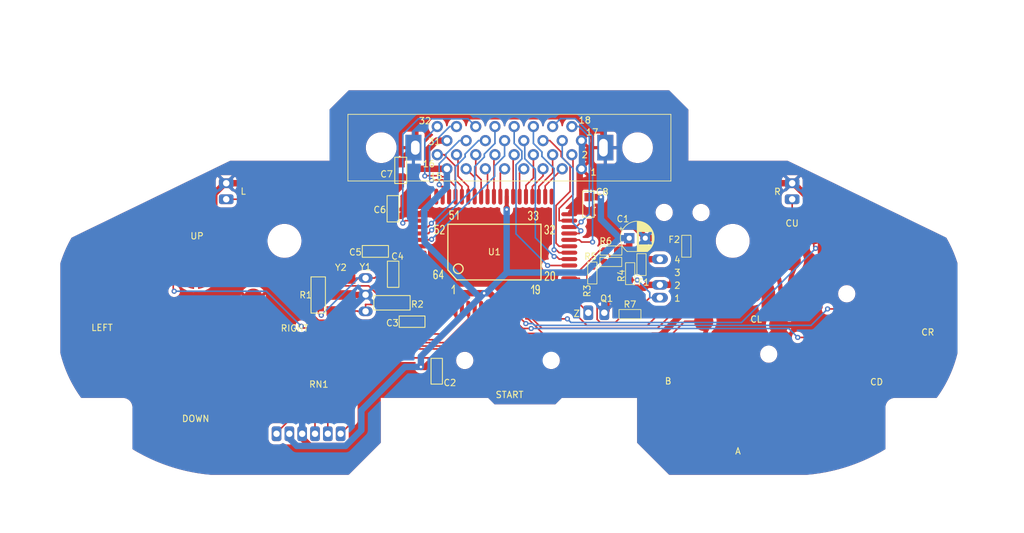
<source format=kicad_pcb>
(kicad_pcb (version 20221018) (generator pcbnew)
  (layers (0 "F.Cu" signal) (31 "B.Cu" signal) (34 "B.Paste" user) (35 "F.Paste" user) (36 "B.SilkS" user "B.Silkscreen") (37 "F.SilkS" user "F.Silkscreen") (38 "B.Mask" user) (39 "F.Mask" user) (44 "Edge.Cuts" user))
  (net 0 "")
  (net 1 "GND")
  (net 2 "VCC")
  (net 3 "Start")
  (net 4 "CNT-NUS.P60")
  (net 5 "Q1.4")
  (net 6 "Q1.2")
  (net 7 "N64.GND")
  (net 8 "N64.3v3")
  (net 9 "N64.Data")
  (net 10 "R2.OSC2")
  (net 11 "OSC1")
  (net 12 "OSC2")
  (net 13 "XA")
  (net 14 "XB")
  (net 15 "YA")
  (net 16 "YB")
  (net 17 "Up")
  (net 18 "Left")
  (net 19 "Right")
  (net 20 "Down")
  (net 21 "CU")
  (net 22 "CR")
  (net 23 "A")
  (net 24 "CD")
  (net 25 "B")
  (net 26 "CL")
  (net 27 "Z")
  (net 28 "R")
  (net 29 "A11")
  (net 30 "A9")
  (net 31 "A8")
  (net 32 "A13")
  (net 33 "WE")
  (net 34 "A15")
  (net 35 "CE")
  (net 36 "A14")
  (net 37 "A12")
  (net 38 "A7")
  (net 39 "A6")
  (net 40 "A5")
  (net 41 "A4")
  (net 42 "A3")
  (net 43 "A2")
  (net 44 "A1")
  (net 45 "A0")
  (net 46 "D0")
  (net 47 "D1")
  (net 48 "Detect")
  (net 49 "D2")
  (net 50 "D3")
  (net 51 "D4")
  (net 52 "D5")
  (net 53 "D6")
  (net 54 "D7")
  (net 55 "A10")
  (net 56 "OE")
  (net 57 "L")
  (net 58 "Data.22")
  (net 59 "Data.23")
  (net 60 "YA.CNT")
  (net 61 "YB.CNT")
  (net 62 "XB.CNT")
  (net 63 "XA.CNT")
  (footprint "MountingHole:MountingHole_2.2mm_M2" (layer "F.Cu") (at 175.559 82.92)
    (fp_text reference "H5" hide)
    (fp_text value "MountingHole_2.2mm_M2")
  )
  (footprint "N64 Controller 7000:Small SMD" (layer "F.Cu") (at 173.256 88.1675 90)
    (fp_text reference "F2")
    (fp_text value "Fuse_Small")
  )
  (footprint "N64 Controller:Button Board Connector" (layer "F.Cu") (at 101.46 79.594)
    (fp_text reference "J3" hide)
    (fp_text value "Left Button" hide)
  )
  (footprint "N64 Controller:CU Button" (layer "F.Cu") (at 198.325 86.474)
    (fp_text reference "SW8" hide)
    (fp_text value "CU" hide)
  )
  (footprint "N64 Controller:CL Button" (layer "F.Cu") (at 188.702 95.498)
    (fp_text reference "SW7" hide)
    (fp_text value "CL" hide)
  )
  (footprint "N64 Controller:Accessory Port" (layer "F.Cu") (at 145.647 72.794)
    (fp_text reference "J1" hide)
    (fp_text value "~" hide)
  )
  (footprint "N64 Controller 7000:Small SMD" (layer "F.Cu") (at 166.261 91.0345 90)
    (fp_text reference "F1")
    (fp_text value "Fuse_Small")
  )
  (footprint "N64 Controller:Small SMD" (layer "F.Cu") (at 128.699 76.335 90)
    (fp_text reference "C7")
    (fp_text value "100 nF" hide)
  )
  (footprint "N64 Controller:Small SMD" (layer "F.Cu") (at 130.464 99.958)
    (fp_text reference "C3")
    (fp_text value "100 nF" hide)
  )
  (footprint "MountingHole:MountingHole_2.2mm_M2" (layer "F.Cu") (at 198.292 95.55)
    (fp_text reference "H8" hide)
    (fp_text value "MountingHole_2.2mm_M2")
  )
  (footprint "N64 Controller:CR Button" (layer "F.Cu") (at 207.846 95.556)
    (fp_text reference "SW11" hide)
    (fp_text value "CR" hide)
  )
  (footprint "N64 Controller:D-Pad Button" (layer "F.Cu") (at 105.699 100.824 180)
    (fp_text reference "SW3" hide)
    (fp_text value "RIGHT" hide)
  )
  (footprint "MountingHole:MountingHole_4.5mm" (layer "F.Cu") (at 180.658 87.489)
    (fp_text reference "H6" hide)
    (fp_text value "MountingHole_4.5mm")
  )
  (footprint "N64 Controller:Large SMD" (layer "F.Cu") (at 115.836 95.786)
    (fp_text reference "R1")
    (fp_text value "105" hide)
  )
  (footprint "N64 Controller:D-Pad Button" (layer "F.Cu") (at 87.602 100.709 180)
    (fp_text reference "SW2" hide)
    (fp_text value "LEFT" hide)
  )
  (footprint "N64 Controller:Small SMD" (layer "F.Cu") (at 127.494 82.327 90)
    (fp_text reference "C6")
    (fp_text value "100 nF" hide)
  )
  (footprint "N64 Controller:A Button" (layer "F.Cu") (at 186.116 116.014)
    (fp_text reference "SW9" hide)
    (fp_text value "A" hide)
  )
  (footprint "N64 Controller:Button Board Connector" (layer "F.Cu") (at 159.208 98.557 -90)
    (fp_text reference "J5" hide)
    (fp_text value "Z Button" hide)
  )
  (footprint "N64 Controller 7000:HE Diode" (layer "F.Cu") (at 160.806 93.589)
    (fp_text reference "Q1")
    (fp_text value "~")
  )
  (footprint "N64 Controller:D-Pad Button" (layer "F.Cu") (at 96.755 91.741 90)
    (fp_text reference "SW1" hide)
    (fp_text value "UP" hide)
  )
  (footprint "N64 Controller:D-Pad Button" (layer "F.Cu") (at 96.598 109.761 -90)
    (fp_text reference "SW4" hide)
    (fp_text value "DOWN" hide)
  )
  (footprint "N64 Controller 7000:Small SMD" (layer "F.Cu") (at 158.586 92.342 90)
    (fp_text reference "R3")
    (fp_text value "752")
  )
  (footprint "MountingHole:MountingHole_2.2mm_M2" (layer "F.Cu") (at 152.179 105.995)
    (fp_text reference "H3" hide)
    (fp_text value "MountingHole_2.2mm_M2")
  )
  (footprint "MountingHole:MountingHole_2.2mm_M2" (layer "F.Cu") (at 138.685 105.999)
    (fp_text reference "H2" hide)
    (fp_text value "MountingHole_2.2mm_M2")
  )
  (footprint "N64 Controller:Small SMD" (layer "F.Cu") (at 157.997 81.6185 90)
    (fp_text reference "C8")
    (fp_text value "100 nF" hide)
  )
  (footprint "N64 Controller:Small SMD" (layer "F.Cu") (at 134.318 107.6845 90)
    (fp_text reference "C2")
    (fp_text value "100 nF" hide)
  )
  (footprint "N64 Controller:Small SMD" (layer "F.Cu") (at 127.516 92.547 90)
    (fp_text reference "C4")
    (fp_text value "100 nF" hide)
  )
  (footprint "MountingHole:MountingHole_2.2mm_M2" (layer "F.Cu") (at 186.117 105.018)
    (fp_text reference "H7" hide)
    (fp_text value "MountingHole_2.2mm_M2")
  )
  (footprint "N64 Controller:Large SMD" (layer "F.Cu") (at 127.339 97.005 90)
    (fp_text reference "R2")
    (fp_text value "562" hide)
  )
  (footprint "N64 Controller:Joystick Connector" (layer "F.Cu") (at 114.314 117.44)
    (fp_text reference "J6" hide)
    (fp_text value "Joystick Connector" hide)
  )
  (footprint "N64 Controller:2 Mhz Oscillator SMD" (layer "F.Cu") (at 119.364 95.786 180)
    (fp_text reference "Y2")
    (fp_text value "2 MHz" hide)
  )
  (footprint "N64 Controller 7000:Small SMD" (layer "F.Cu") (at 164.494 92.448 90)
    (fp_text reference "R4")
    (fp_text value "751")
  )
  (footprint "N64 Controller:CNT-NUS" (layer "F.Cu") (at 143.238 89.184)
    (fp_text reference "U1")
    (fp_text value "CNT-NUS" hide)
  )
  (footprint "N64 Controller:2 MHz Oscillator" (layer "F.Cu") (at 123.207 95.737 180)
    (fp_text reference "Y1")
    (fp_text value "2 MHz" hide)
  )
  (footprint "N64 Controller 7000:Resistor Array" (layer "F.Cu") (at 119.598 109.643)
    (fp_text reference "RN1")
    (fp_text value "103")
  )
  (footprint "N64 Controller:Small SMD" (layer "F.Cu") (at 124.736 88.97)
    (fp_text reference "C5")
    (fp_text value "100 nF" hide)
  )
  (footprint "N64 Controller 7000:Small SMD" (layer "F.Cu") (at 161.498 88.847)
    (fp_text reference "R6")
    (fp_text value "103")
  )
  (footprint "N64 Controller:Button Board Connector" (layer "F.Cu") (at 189.776 79.594)
    (fp_text reference "J4" hide)
    (fp_text value "Right Button" hide)
  )
  (footprint "N64 Controller:CD Button" (layer "F.Cu") (at 198.23 104.529)
    (fp_text reference "SW10" hide)
    (fp_text value "CD" hide)
  )
  (footprint "N64 Controller 7000:Small SMD" (layer "F.Cu") (at 164.4755 98.776)
    (fp_text reference "R7")
    (fp_text value "103")
  )
  (footprint "N64 Controller:N64 Plug Cable Connector" (layer "F.Cu") (at 169.127 93.204)
    (fp_text reference "J2" hide)
    (fp_text value "N64 Controller Cable" hide)
  )
  (footprint "Capacitor_THT:CP_Radial_D5.0mm_P2.50mm" (layer "F.Cu") (at 164.3529 86.917)
    (fp_text reference "C1")
    (fp_text value "47 uF 16v")
  )
  (footprint "N64 Controller:B Button" (layer "F.Cu") (at 175.055 104.959)
    (fp_text reference "SW6" hide)
    (fp_text value "B" hide)
  )
  (footprint "MountingHole:MountingHole_4.5mm" (layer "F.Cu") (at 110.395 87.339)
    (fp_text reference "H1" hide)
    (fp_text value "MountingHole_4.5mm")
  )
  (footprint "N64 Controller:Start Button" (layer "F.Cu") (at 145.554 106.158)
    (fp_text reference "SW5" hide)
    (fp_text value "START" hide)
  )
  (footprint "MountingHole:MountingHole_2.2mm_M2" (layer "F.Cu") (at 169.806 82.902)
    (fp_text reference "H4" hide)
    (fp_text value "MountingHole_2.2mm_M2")
  )
  (footprint "N64 Controller 7000:Small SMD" (layer "F.Cu") (at 161.4845 90.63)
    (fp_text reference "R5")
    (fp_text value "102")
  )
  (gr_rect (start 126.566 80.285) (end 128.404 84.383) (stroke (width 0.15)) (fill none) (layer "F.SilkS"))
  (gr_rect (start 114.697 92.957) (end 116.939 98.615) (stroke (width 0.15)) (fill none) (layer "F.SilkS"))
  (gr_rect (start 122.693 88.067) (end 126.776 89.9) (stroke (width 0.15)) (fill none) (layer "F.SilkS"))
  (gr_rect (start 133.423 105.6725) (end 135.195 109.6935) (stroke (width 0.15)) (fill none) (layer "F.SilkS"))
  (gr_rect (start 124.491 95.876) (end 130.167 98.137) (stroke (width 0.15)) (fill none) (layer "F.SilkS"))
  (gr_rect (start 157.096 79.5845) (end 158.887 83.6555) (stroke (width 0.15)) (fill none) (layer "F.SilkS"))
  (gr_rect (start 126.612 90.505) (end 128.401 94.591) (stroke (width 0.15)) (fill none) (layer "F.SilkS"))
  (gr_rect (start 127.762 74.293) (end 129.621 78.391) (stroke (width 0.15)) (fill none) (layer "F.SilkS"))
  (gr_rect (start 128.455 99.063) (end 132.476 100.835) (stroke (width 0.15)) (fill none) (layer "F.SilkS"))
  (gr_line (start 85.378 111.844) (end 78.828 111.844) (stroke (width 0.002)) (layer "Edge.Cuts"))
  (gr_arc (start 99.078 123.844) (mid 92.720378 122.556404) (end 86.828 119.844) (stroke (width 0.002)) (layer "Edge.Cuts"))
  (gr_line (start 212.328 111.844) (end 205.778 111.844) (stroke (width 0.002)) (layer "Edge.Cuts"))
  (gr_line (start 77.328 86.844) (end 102.078 74.844) (stroke (width 0.002)) (layer "Edge.Cuts"))
  (gr_line (start 165.578 118.844) (end 165.578 111.844) (stroke (width 0.002)) (layer "Edge.Cuts"))
  (gr_line (start 204.328 113.444) (end 204.328 119.844) (stroke (width 0.002)) (layer "Edge.Cuts"))
  (gr_arc (start 75.578 90.844) (mid 76.339365 88.794285) (end 77.328 86.844) (stroke (width 0.002)) (layer "Edge.Cuts"))
  (gr_line (start 153.828 111.844) (end 152.828 112.844) (stroke (width 0.002)) (layer "Edge.Cuts"))
  (gr_line (start 173.578 74.844) (end 189.078 74.844) (stroke (width 0.002)) (layer "Edge.Cuts"))
  (gr_line (start 75.578 104.844) (end 75.578 90.844) (stroke (width 0.002)) (layer "Edge.Cuts"))
  (gr_line (start 142.328 111.844) (end 125.578 111.844) (stroke (width 0.002)) (layer "Edge.Cuts"))
  (gr_arc (start 204.328 113.444) (mid 204.718301 112.340664) (end 205.778 111.844) (stroke (width 0.002)) (layer "Edge.Cuts"))
  (gr_line (start 192.078 123.844) (end 170.578 123.844) (stroke (width 0.002)) (layer "Edge.Cuts"))
  (gr_line (start 120.578 63.844) (end 170.578 63.844) (stroke (width 0.002)) (layer "Edge.Cuts"))
  (gr_arc (start 204.328 119.844) (mid 198.43562 122.556396) (end 192.078 123.844) (stroke (width 0.002)) (layer "Edge.Cuts"))
  (gr_line (start 125.578 118.844) (end 125.578 111.844) (stroke (width 0.002)) (layer "Edge.Cuts"))
  (gr_line (start 189.078 74.844) (end 213.828 86.844) (stroke (width 0.002)) (layer "Edge.Cuts"))
  (gr_line (start 170.578 123.844) (end 165.578 118.844) (stroke (width 0.002)) (layer "Edge.Cuts"))
  (gr_line (start 120.578 123.844) (end 125.578 118.844) (stroke (width 0.002)) (layer "Edge.Cuts"))
  (gr_line (start 117.578 74.844) (end 117.578 66.844) (stroke (width 0.002)) (layer "Edge.Cuts"))
  (gr_arc (start 78.828 111.844) (mid 76.855274 108.505444) (end 75.578 104.844) (stroke (width 0.002)) (layer "Edge.Cuts"))
  (gr_line (start 173.578 74.844) (end 173.578 66.844) (stroke (width 0.002)) (layer "Edge.Cuts"))
  (gr_arc (start 85.378 111.844) (mid 86.437694 112.340686) (end 86.828 113.444) (stroke (width 0.002)) (layer "Edge.Cuts"))
  (gr_line (start 165.578 111.844) (end 153.828 111.844) (stroke (width 0.002)) (layer "Edge.Cuts"))
  (gr_arc (start 213.828 86.844) (mid 214.816631 88.794286) (end 215.578 90.844) (stroke (width 0.002)) (layer "Edge.Cuts"))
  (gr_line (start 215.578 90.844) (end 215.578 104.844) (stroke (width 0.002)) (layer "Edge.Cuts"))
  (gr_line (start 86.828 113.444) (end 86.828 119.844) (stroke (width 0.002)) (layer "Edge.Cuts"))
  (gr_line (start 173.578 66.844) (end 170.578 63.844) (stroke (width 0.002)) (layer "Edge.Cuts"))
  (gr_line (start 152.828 112.844) (end 143.328 112.844) (stroke (width 0.002)) (layer "Edge.Cuts"))
  (gr_line (start 117.578 66.844) (end 120.578 63.844) (stroke (width 0.002)) (layer "Edge.Cuts"))
  (gr_line (start 143.328 112.844) (end 142.328 111.844) (stroke (width 0.002)) (layer "Edge.Cuts"))
  (gr_line (start 120.578 123.844) (end 99.078 123.844) (stroke (width 0.002)) (layer "Edge.Cuts"))
  (gr_line (start 102.078 74.844) (end 117.578 74.844) (stroke (width 0.002)) (layer "Edge.Cuts"))
  (gr_arc (start 215.578 104.844) (mid 214.300729 108.505446) (end 212.328 111.844) (stroke (width 0.002)) (layer "Edge.Cuts"))
  (gr_text "2" (at 156.839 74.506) (layer "F.SilkS") (effects (font (size 1 1)) (justify left bottom)))
  (gr_text "START" (at 143.41 111.941) (layer "F.SilkS") (effects (font (size 1 1)) (justify left bottom)))
  (gr_text "1" (at 158.217 77.221) (layer "F.SilkS") (effects (font (size 1 1)) (justify left bottom)))
  (gr_text "CU" (at 188.644 85.185) (layer "F.SilkS") (effects (font (size 1 1)) (justify left bottom)))
  (gr_text "16" (at 132.02 75.912) (layer "F.SilkS") (effects (font (size 1 1)) (justify left bottom)))
  (gr_text "CD" (at 201.851 109.943) (layer "F.SilkS") (effects (font (size 1 1)) (justify left bottom)))
  (gr_text "CR" (at 209.836 102.188) (layer "F.SilkS") (effects (font (size 1 1)) (justify left bottom)))
  (gr_text "L" (at 103.614 80.193) (layer "F.SilkS") (effects (font (size 1 1)) (justify left bottom)))
  (gr_text "Z" (at 155.573 99.269) (layer "F.SilkS") (effects (font (size 1 1)) (justify left bottom)))
  (gr_text "18" (at 156.364 69.105) (layer "F.SilkS") (effects (font (size 1 1)) (justify left bottom)))
  (gr_text "B" (at 169.822 109.815) (layer "F.SilkS") (effects (font (size 1 1)) (justify left bottom)))
  (gr_text "LEFT" (at 80.316 101.473) (layer "F.SilkS") (effects (font (size 1 1)) (justify left bottom)))
  (gr_text "15" (at 133.171 77.879) (layer "F.SilkS") (effects (font (size 1 1)) (justify left bottom)))
  (gr_text "DOWN" (at 94.474 115.673) (layer "F.SilkS") (effects (font (size 1 1)) (justify left bottom)))
  (gr_text "R" (at 186.879 80.253) (layer "F.SilkS") (effects (font (size 1 1)) (justify left bottom)))
  (gr_text "31" (at 132.898 72.456) (layer "F.SilkS") (effects (font (size 1 1)) (justify left bottom)))
  (gr_text "CL" (at 183.152 100.169) (layer "F.SilkS") (effects (font (size 1 1)) (justify left bottom)))
  (gr_text "A" (at 180.792 120.743) (layer "F.SilkS") (effects (font (size 1 1)) (justify left bottom)))
  (gr_text "RIGHT" (at 109.884 101.564) (layer "F.SilkS") (effects (font (size 1 1)) (justify left bottom)))
  (gr_text "32" (at 131.426 69.202) (layer "F.SilkS") (effects (font (size 1 1)) (justify left bottom)))
  (gr_text "17" (at 157.508 70.965) (layer "F.SilkS") (effects (font (size 1 1)) (justify left bottom)))
  (gr_text "UP" (at 95.781 87.17) (layer "F.SilkS") (effects (font (size 1 1)) (justify left bottom)))
  (segment (start 129.0973 83.1688) (end 128.8291 83.437) (width 1) (layer "F.Cu") (net 1))
  (segment (start 206.7126 101.347) (end 206.7126 100.4212) (width 1) (layer "F.Cu") (net 1))
  (segment (start 83.4732 97.7498) (end 83.4732 104.3081) (width 1) (layer "F.Cu") (net 1))
  (segment (start 105.684 97.284) (end 103.4839 97.284) (width 1) (layer "F.Cu") (net 1))
  (segment (start 177.5204 109.932) (end 174.0332 109.932) (width 1) (layer "F.Cu") (net 1))
  (segment (start 191.3772 112.9133) (end 191.3772 116.0284) (width 1) (layer "F.Cu") (net 1))
  (segment (start 127.494 83.437) (end 126.1589 83.437) (width 1) (layer "F.Cu") (net 1))
  (segment (start 115.71 100.1059) (end 127.856 100.1059) (width 1) (layer "F.Cu") (net 1))
  (segment (start 131.488 83.1688) (end 129.0973 83.1688) (width 1) (layer "F.Cu") (net 1))
  (segment (start 126.8485 91.437) (end 127.1682 91.437) (width 1) (layer "F.Cu") (net 1))
  (segment (start 187.6802 102.3937) (end 194.7885 109.502) (width 1) (layer "F.Cu") (net 1))
  (segment (start 123.626 88.97) (end 123.626 89.6375) (width 1) (layer "F.Cu") (net 1))
  (segment (start 162.7927 82.7285) (end 157.997 82.7285) (width 1) (layer "F.Cu") (net 1))
  (segment (start 127.3639 75.225) (end 126.1589 76.43) (width 1) (layer "F.Cu") (net 1))
  (segment (start 107.8841 97.284) (end 107.9747 97.1934) (width 1) (layer "F.Cu") (net 1))
  (segment (start 194.0302 95.4704) (end 194.0302 97.6516) (width 1) (layer "F.Cu") (net 1))
  (segment (start 151.238 96.1562) (end 151.238 97.937) (width 0.6298) (layer "F.Cu") (net 1))
  (segment (start 166.8529 86.917) (end 166.8529 86.7887) (width 1) (layer "F.Cu") (net 1))
  (segment (start 125.049 90.3051) (end 126.1809 91.437) (width 1) (layer "F.Cu") (net 1))
  (segment (start 131.488 88.184) (end 133.253 88.184) (width 0.6298) (layer "F.Cu") (net 1))
  (segment (start 129.354 99.958) (end 128.0039 99.958) (width 1) (layer "F.Cu") (net 1))
  (segment (start 200.6955 109.502) (end 197.2082 109.502) (width 1) (layer "F.Cu") (net 1))
  (segment (start 114.5183 119.3285) (end 113.314 118.1242) (width 1) (layer "F.Cu") (net 1))
  (segment (start 157.037 70.0939) (end 160.322 70.0939) (width 1) (layer "F.Cu") (net 1))
  (segment (start 123.626 89.6375) (end 123.626 90.3051) (width 1) (layer "F.Cu") (net 1))
  (segment (start 194.0302 91.0222) (end 194.0302 95.4704) (width 1) (layer "F.Cu") (net 1))
  (segment (start 160.806 98.209) (end 160.806 95.7897) (width 1) (layer "F.Cu") (net 1))
  (segment (start 100.295 87.3771) (end 99.5998 86.6819) (width 1) (layer "F.Cu") (net 1))
  (segment (start 116.358 95.7301) (end 116.4139 95.786) (width 1) (layer "F.Cu") (net 1))
  (segment (start 130.972 70.0939) (end 133.1673 67.8986) (width 1) (layer "F.Cu") (net 1))
  (segment (start 194.0302 97.6516) (end 191.2108 100.471) (width 1) (layer "F.Cu") (net 1))
  (segment (start 101.2571 78.344) (end 101.46 78.344) (width 1) (layer "F.Cu") (net 1))
  (segment (start 166.8529 86.7887) (end 162.7927 82.7285) (width 1) (layer "F.Cu") (net 1))
  (segment (start 183.7775 78.344) (end 174.954 87.1675) (width 1) (layer "F.Cu") (net 1))
  (segment (start 99.5998 80.0013) (end 101.2571 78.344) (width 1) (layer "F.Cu") (net 1))
  (segment (start 100.295 97.169) (end 87.587 97.169) (width 1) (layer "F.Cu") (net 1))
  (segment (start 180.3832 104.9314) (end 180.3832 107.0692) (width 1) (layer "F.Cu") (net 1))
  (segment (start 133.4383 91.797) (end 133.4383 90.184) (width 1) (layer "F.Cu") (net 1))
  (segment (start 182.9209 102.3937) (end 187.6802 102.3937) (width 1) (layer "F.Cu") (net 1))
  (segment (start 146.8788 91.797) (end 151.238 96.1562) (width 1) (layer "F.Cu") (net 1))
  (segment (start 133.4383 90.184) (end 133.2688 90.184) (width 1) (layer "F.Cu") (net 1))
  (segment (start 160.458 98.557) (end 160.806 98.209) (width 1) (layer "F.Cu") (net 1))
  (segment (start 114.2608 95.7301) (end 116.358 95.7301) (width 1) (layer "F.Cu") (net 1))
  (segment (start 100.295 97.169) (end 100.295 91.726) (width 1) (layer "F.Cu") (net 1))
  (segment (start 190.9142 87.9062) (end 194.0302 91.0222) (width 1) (layer "F.Cu") (net 1))
  (segment (start 130.972 72.794) (end 130.972 70.0939) (width 1) (layer "F.Cu") (net 1))
  (segment (start 134.318 108.7945) (end 127.6231 108.7945) (width 1) (layer "F.Cu") (net 1))
  (segment (start 123.626 90.3051) (end 125.049 90.3051) (width 1) (layer "F.Cu") (net 1))
  (segment (start 133.4383 88.3332) (end 133.8866 88.3332) (width 1) (layer "F.Cu") (net 1))
  (segment (start 157.037 71.554) (end 156.897 71.694) (width 1) (layer "F.Cu") (net 1))
  (segment (start 174.954 87.1675) (end 173.256 87.1675) (width 1) (layer "F.Cu") (net 1))
  (segment (start 180.3832 107.0692) (end 177.5204 109.932) (width 1) (layer "F.Cu") (net 1))
  (segment (start 130.729 72.794) (end 130.972 72.794) (width 1) (layer "F.Cu") (net 1))
  (segment (start 166.8529 86.917) (end 173.0055 86.917) (width 1) (layer "F.Cu") (net 1))
  (segment (start 114.2608 95.7301) (end 112.7975 97.1934) (width 1) (layer "F.Cu") (net 1))
  (segment (start 112.7975 97.1934) (end 115.71 100.1059) (width 1) (layer "F.Cu") (net 1))
  (segment (start 127.3421 91.437) (end 127.1682 91.437) (width 1) (layer "F.Cu") (net 1))
  (segment (start 194.7885 109.502) (end 197.2082 109.502) (width 1) (layer "F.Cu") (net 1))
  (segment (start 160.806 95.7897) (end 160.806 94.589) (width 0.4006) (layer "F.Cu") (net 1))
  (segment (start 194.7885 109.502) (end 191.3772 112.9133) (width 1) (layer "F.Cu") (net 1))
  (segment (start 113.314 118.1242) (end 113.314 117.44) (width 1) (layer "F.Cu") (net 1))
  (segment (start 133.4383 91.797) (end 146.8788 91.797) (width 1) (layer "F.Cu") (net 1))
  (segment (start 107.9747 97.1934) (end 112.7975 97.1934) (width 1) (layer "F.Cu") (net 1))
  (segment (start 155.4435 82.7285) (end 155.2931 82.8789) (width 1) (layer "F.Cu") (net 1))
  (segment (start 99.5998 86.6819) (end 99.5998 80.0013) (width 1) (layer "F.Cu") (net 1))
  (segment (start 133.2688 90.184) (end 131.488 90.184) (width 0.6298) (layer "F.Cu") (net 1))
  (segment (start 120.167 119.3285) (end 114.5183 119.3285) (width 1) (layer "F.Cu") (net 1))
  (segment (start 131.5429 92.1291) (end 131.488 92.184) (width 0.6298) (layer "F.Cu") (net 1))
  (segment (start 156.6217 82.7285) (end 155.4435 82.7285) (width 1) (layer "F.Cu") (net 1))
  (segment (start 133.1062 92.1291) (end 131.5429 92.1291) (width 0.6298) (layer "F.Cu") (net 1))
  (segment (start 114.2608 95.7301) (end 114.2608 92.9444) (width 1) (layer "F.Cu") (net 1))
  (segment (start 157.997 82.7285) (end 156.6217 82.7285) (width 1) (layer "F.Cu") (net 1))
  (segment (start 123.2411 116.2544) (end 120.167 119.3285) (width 1) (layer "F.Cu") (net 1))
  (segment (start 126.1589 78.344) (end 126.1589 83.437) (width 1) (layer "F.Cu") (net 1))
  (segment (start 126.1589 76.43) (end 126.1589 78.344) (width 1) (layer "F.Cu") (net 1))
  (segment (start 203.5582 104.5014) (end 203.5582 106.6393) (width 1) (layer "F.Cu") (net 1))
  (segment (start 180.3832 104.9314) (end 182.9209 102.3937) (width 1) (layer "F.Cu") (net 1))
  (segment (start 87.587 97.169) (end 84.054 97.169) (width 1) (layer "F.Cu") (net 1))
  (segment (start 190.9142 84.3621) (end 190.9142 87.9062) (width 1) (layer "F.Cu") (net 1))
  (segment (start 133.8866 88.3332) (end 134.6226 87.5972) (width 1) (layer "F.Cu") (net 1))
  (segment (start 88.9411 109.776) (end 93.058 109.776) (width 1) (layer "F.Cu") (net 1))
  (segment (start 134.318 108.7945) (end 135.6531 108.7945) (width 1) (layer "F.Cu") (net 1))
  (segment (start 134.6226 84.1376) (end 133.6538 83.1688) (width 1) (layer "F.Cu") (net 1))
  (segment (start 147.6941 110.5055) (end 137.3641 110.5055) (width 1) (layer "F.Cu") (net 1))
  (segment (start 103.4839 97.284) (end 103.3689 97.169) (width 1) (layer "F.Cu") (net 1))
  (segment (start 117.5677 89.6375) (end 123.626 89.6375) (width 1) (layer "F.Cu") (net 1))
  (segment (start 189.9738 78.344) (end 193.106 81.4762) (width 1) (layer "F.Cu") (net 1))
  (segment (start 156.6217 76.3693) (end 156.897 76.094) (width 1) (layer "F.Cu") (net 1))
  (segment (start 84.054 97.169) (end 83.4732 97.7498) (width 1) (layer "F.Cu") (net 1))
  (segment (start 103.3689 97.169) (end 100.295 97.169) (width 1) (layer "F.Cu") (net 1))
  (segment (start 155.2931 82.8789) (end 154.988 83.184) (width 0.6298) (layer "F.Cu") (net 1))
  (segment (start 134.6226 87.5972) (end 134.6226 84.1376) (width 1) (layer "F.Cu") (net 1))
  (segment (start 133.4022 88.3332) (end 133.253 88.184) (width 0.6298) (layer "F.Cu") (net 1))
  (segment (start 191.2108 100.471) (end 187.6802 100.471) (width 1) (layer "F.Cu") (net 1))
  (segment (start 123.2411 113.1765) (end 123.2411 116.2544) (width 1) (layer "F.Cu") (net 1))
  (segment (start 193.106 81.4762) (end 193.106 82.1703) (width 1) (layer "F.Cu") (net 1))
  (segment (start 160.322 72.794) (end 160.322 70.0939) (width 1) (layer "F.Cu") (net 1))
  (segment (start 119.364 95.786) (end 122.3141 95.786) (width 1) (layer "F.Cu") (net 1))
  (segment (start 126.8485 91.437) (end 126.1809 91.437) (width 1) (layer "F.Cu") (net 1))
  (segment (start 133.1673 67.8986) (end 156.1063 67.8986) (width 1) (layer "F.Cu") (net 1))
  (segment (start 156.1063 67.8986) (end 157.037 68.8293) (width 1) (layer "F.Cu") (net 1))
  (segment (start 126.1589 78.344) (end 101.46 78.344) (width 1) (layer "F.Cu") (net 1))
  (segment (start 133.1062 92.1291) (end 133.4383 91.797) (width 1) (layer "F.Cu") (net 1))
  (segment (start 105.684 97.284) (end 107.8841 97.284) (width 1) (layer "F.Cu") (net 1))
  (segment (start 137.3641 110.5055) (end 135.6531 108.7945) (width 1) (layer "F.Cu") (net 1))
  (segment (start 203.5582 104.5014) (end 206.7126 101.347) (width 1) (layer "F.Cu") (net 1))
  (segment (start 187.6802 102.3937) (end 187.6802 100.471) (width 1) (layer "F.Cu") (net 1))
  (segment (start 156.6217 82.7285) (end 156.6217 76.3693) (width 1) (layer "F.Cu") (net 1))
  (segment (start 157.037 68.8293) (end 157.037 70.0939) (width 1) (layer "F.Cu") (net 1))
  (segment (start 114.2608 92.9444) (end 117.5677 89.6375) (width 1) (layer "F.Cu") (net 1))
  (segment (start 133.4383 90.184) (end 133.4383 88.3332) (width 1) (layer "F.Cu") (net 1))
  (segment (start 83.4732 104.3081) (end 88.9411 109.776) (width 1) (layer "F.Cu") (net 1))
  (segment (start 127.856 100.1059) (end 128.0039 99.958) (width 1) (layer "F.Cu") (net 1))
  (segment (start 133.4383 88.3332) (end 133.418 88.3332) (width 1) (layer "F.Cu") (net 1))
  (segment (start 123.207 95.737) (end 122.3631 95.737) (width 1) (layer "F.Cu") (net 1))
  (segment (start 133.6538 83.1688) (end 131.488 83.1688) (width 1) (layer "F.Cu") (net 1))
  (segment (start 100.295 91.726) (end 100.295 87.3771) (width 1) (layer "F.Cu") (net 1))
  (segment (start 133.418 88.3332) (end 133.4022 88.3332) (width 0.6298) (layer "F.Cu") (net 1))
  (segment (start 173.0055 86.917) (end 173.256 87.1675) (width 1) (layer "F.Cu") (net 1))
  (segment (start 128.298 75.225) (end 130.729 72.794) (width 1) (layer "F.Cu") (net 1))
  (segment (start 189.776 78.344) (end 183.7775 78.344) (width 1) (layer "F.Cu") (net 1))
  (segment (start 131.488 83.1688) (end 131.488 83.184) (width 0.6298) (layer "F.Cu") (net 1))
  (segment (start 127.3421 91.437) (end 127.516 91.437) (width 1) (layer "F.Cu") (net 1))
  (segment (start 157.037 70.0939) (end 157.037 71.554) (width 1) (layer "F.Cu") (net 1))
  (segment (start 128.298 75.225) (end 127.3639 75.225) (width 1) (layer "F.Cu") (net 1))
  (segment (start 127.6231 108.7945) (end 123.2411 113.1765) (width 1) (layer "F.Cu") (net 1))
  (segment (start 119.364 95.786) (end 116.4139 95.786) (width 1) (layer "F.Cu") (net 1))
  (segment (start 193.106 82.1703) (end 190.9142 84.3621) (width 1) (layer "F.Cu") (net 1))
  (segment (start 127.494 83.437) (end 128.8291 83.437) (width 1) (layer "F.Cu") (net 1))
  (segment (start 203.5582 106.6393) (end 200.6955 109.502) (width 1) (layer "F.Cu") (net 1))
  (segment (start 128.699 75.225) (end 128.298 75.225) (width 1) (layer "F.Cu") (net 1))
  (segment (start 122.3631 95.737) (end 122.3141 95.786) (width 1) (layer "F.Cu") (net 1))
  (segment (start 189.776 78.344) (end 189.9738 78.344) (width 1) (layer "F.Cu") (net 1))
  (segment (start 149.7598 108.4398) (end 147.6941 110.5055) (width 1) (layer "F.Cu") (net 1))
  (segment (start 166.8529 87.7092) (end 160.458 94.1041) (width 1) (layer "B.Cu") (net 1))
  (segment (start 156.9751 71.7721) (end 156.897 71.694) (width 1) (layer "B.Cu") (net 1))
  (segment (start 113.314 117.44) (end 113.314 105.63) (width 1) (layer "B.Cu") (net 1))
  (segment (start 113.314 105.63) (end 123.207 95.737) (width 1) (layer "B.Cu") (net 1))
  (segment (start 166.8529 86.917) (end 166.8529 87.7092) (width 1) (layer "B.Cu") (net 1))
  (segment (start 156.9751 76.0159) (end 156.9751 71.7721) (width 1) (layer "B.Cu") (net 1))
  (segment (start 160.458 94.1041) (end 160.458 98.557) (width 1) (layer "B.Cu") (net 1))
  (segment (start 156.897 76.094) (end 156.9751 76.0159) (width 1) (layer "B.Cu") (net 1))
  (segment (start 162.4845 90.63) (end 163.676 90.63) (width 1) (layer "F.Cu") (net 2))
  (segment (start 164.3529 88.4171) (end 162.9279 88.4171) (width 1) (layer "F.Cu") (net 2))
  (segment (start 127.516 93.657) (end 127.516 98.0984) (width 1) (layer "F.Cu") (net 2))
  (segment (start 157.997 80.5085) (end 159.3321 80.5085) (width 1) (layer "F.Cu") (net 2))
  (segment (start 143.238 96.1532) (end 143.238 97.934) (width 0.6298) (layer "F.Cu") (net 2))
  (segment (start 128.699 77.445) (end 128.699 78.7951) (width 1) (layer "F.Cu") (net 2))
  (segment (start 145.2228 82.2142) (end 145.238 82.199) (width 0.6298) (layer "F.Cu") (net 2))
  (segment (start 132.8208 76.094) (end 132.8208 73.1763) (width 1) (layer "F.Cu") (net 2))
  (segment (start 131.3851 76.094) (end 130.0341 77.445) (width 1) (layer "F.Cu") (net 2))
  (segment (start 127.6272 79.8669) (end 128.699 78.7951) (width 1) (layer "F.Cu") (net 2))
  (segment (start 132.8208 73.1763) (end 134.3031 71.694) (width 1) (layer "F.Cu") (net 2))
  (segment (start 128.0405 98.6229) (end 131.574 98.6229) (width 1) (layer "F.Cu") (net 2))
  (segment (start 131.574 99.958) (end 131.574 98.6229) (width 1) (layer "F.Cu") (net 2))
  (segment (start 127.516 98.0984) (end 128.0405 98.6229) (width 1) (layer "F.Cu") (net 2))
  (segment (start 134.3031 71.694) (end 135.897 71.694) (width 1) (layer "F.Cu") (net 2))
  (segment (start 141.7062 95.5046) (end 142.5894 95.5046) (width 1) (layer "F.Cu") (net 2))
  (segment (start 135.897 76.094) (end 132.8208 76.094) (width 1) (layer "F.Cu") (net 2))
  (segment (start 131.6665 98.5304) (end 131.574 98.6229) (width 1) (layer "F.Cu") (net 2))
  (segment (start 131.842 107.0094) (end 132.548 107.0094) (width 1) (layer "F.Cu") (net 2))
  (segment (start 159.3348 80.5112) (end 159.3321 80.5085) (width 1) (layer "F.Cu") (net 2))
  (segment (start 142.5894 95.5046) (end 143.238 96.1532) (width 1) (layer "F.Cu") (net 2))
  (segment (start 145.2228 82.23) (end 145.2228 82.2142) (width 0.6298) (layer "F.Cu") (net 2))
  (segment (start 165.6745 91.448) (end 164.494 91.448) (width 1) (layer "F.Cu") (net 2))
  (segment (start 131.6665 95.3625) (end 131.488 95.184) (width 0.6298) (layer "F.Cu") (net 2))
  (segment (start 159.9281 80.5112) (end 159.3348 80.5112) (width 1) (layer "F.Cu") (net 2))
  (segment (start 127.494 81.217) (end 127.494 79.8669) (width 1) (layer "F.Cu") (net 2))
  (segment (start 131.6665 95.3625) (end 131.6665 95.5046) (width 1) (layer "F.Cu") (net 2))
  (segment (start 132.548 107.0094) (end 132.9829 106.5745) (width 1) (layer "F.Cu") (net 2))
  (segment (start 145.238 80.434) (end 145.238 82.199) (width 0.6298) (layer "F.Cu") (net 2))
  (segment (start 145.2228 82.23) (end 145.2228 82.4446) (width 1) (layer "F.Cu") (net 2))
  (segment (start 134.318 106.5745) (end 132.9829 106.5745) (width 1) (layer "F.Cu") (net 2))
  (segment (start 131.6665 95.5046) (end 131.6665 98.5304) (width 1) (layer "F.Cu") (net 2))
  (segment (start 164.3529 86.917) (end 164.3529 88.4171) (width 1) (layer "F.Cu") (net 2))
  (segment (start 128.699 77.445) (end 130.0341 77.445) (width 1) (layer "F.Cu") (net 2))
  (segment (start 127.494 79.8669) (end 127.6272 79.8669) (width 1) (layer "F.Cu") (net 2))
  (segment (start 163.676 90.63) (end 164.494 91.448) (width 1) (layer "F.Cu") (net 2))
  (segment (start 131.6665 95.5046) (end 141.7062 95.5046) (width 1) (layer "F.Cu") (net 2))
  (segment (start 132.8208 76.094) (end 131.3851 76.094) (width 1) (layer "F.Cu") (net 2))
  (segment (start 166.261 92.0345) (end 165.6745 91.448) (width 1) (layer "F.Cu") (net 2))
  (segment (start 162.498 88.847) (end 162.4845 88.8605) (width 1) (layer "F.Cu") (net 2))
  (segment (start 162.4845 88.8605) (end 162.4845 90.63) (width 1) (layer "F.Cu") (net 2))
  (segment (start 162.9279 88.4171) (end 162.498 88.847) (width 1) (layer "F.Cu") (net 2))
  (via (at 145.2228 82.4446) (size 0.8) (drill 0.4) (layers "F.Cu" "B.Cu") (net 2))
  (via (at 131.842 107.0094) (size 0.8) (drill 0.4) (layers "F.Cu" "B.Cu") (net 2))
  (via (at 159.9281 80.5112) (size 0.8) (drill 0.4) (layers "F.Cu" "B.Cu") (net 2))
  (via (at 141.7062 95.5046) (size 0.8) (drill 0.4) (layers "F.Cu" "B.Cu") (net 2))
  (segment (start 132.4155 87.5524) (end 141.037 96.1738) (width 1) (layer "B.Cu") (net 2))
  (segment (start 135.897 78.9787) (end 132.369 82.5067) (width 1) (layer "B.Cu") (net 2))
  (segment (start 122.5488 113.7989) (end 129.3383 107.0094) (width 1) (layer "B.Cu") (net 2))
  (segment (start 122.5488 116.8704) (end 122.5488 113.7989) (width 1) (layer "B.Cu") (net 2))
  (segment (start 162.8528 86.917) (end 157.4856 92.2842) (width 1) (layer "B.Cu") (net 2))
  (segment (start 129.3383 107.0094) (end 131.842 107.0094) (width 1) (layer "B.Cu") (net 2))
  (segment (start 132.4155 86.7898) (end 132.4155 87.5524) (width 1) (layer "B.Cu") (net 2))
  (segment (start 141.037 96.1738) (end 131.842 105.3688) (width 1) (layer "B.Cu") (net 2))
  (segment (start 120.0862 119.333) (end 122.5488 116.8704) (width 1) (layer "B.Cu") (net 2))
  (segment (start 157.4856 92.2842) (end 145.2228 92.2842) (width 1) (layer "B.Cu") (net 2))
  (segment (start 132.369 86.7433) (end 132.4155 86.7898) (width 1) (layer "B.Cu") (net 2))
  (segment (start 135.897 76.094) (end 135.897 78.9787) (width 1) (layer "B.Cu") (net 2))
  (segment (start 132.369 82.5067) (end 132.369 86.7433) (width 1) (layer "B.Cu") (net 2))
  (segment (start 145.2228 92.2842) (end 145.2228 82.4446) (width 1) (layer "B.Cu") (net 2))
  (segment (start 164.3529 86.917) (end 162.8528 86.917) (width 1) (layer "B.Cu") (net 2))
  (segment (start 142.0024 95.5046) (end 145.2228 92.2842) (width 1) (layer "B.Cu") (net 2))
  (segment (start 141.7062 95.5046) (end 141.037 96.1738) (width 1) (layer "B.Cu") (net 2))
  (segment (start 162.8528 86.917) (end 159.9281 83.9923) (width 1) (layer "B.Cu") (net 2))
  (segment (start 111.314 118.1758) (end 112.4712 119.333) (width 1) (layer "B.Cu") (net 2))
  (segment (start 112.4712 119.333) (end 120.0862 119.333) (width 1) (layer "B.Cu") (net 2))
  (segment (start 141.7062 95.5046) (end 142.0024 95.5046) (width 1) (layer "B.Cu") (net 2))
  (segment (start 131.842 105.3688) (end 131.842 107.0094) (width 1) (layer "B.Cu") (net 2))
  (segment (start 111.314 117.44) (end 111.314 118.1758) (width 1) (layer "B.Cu") (net 2))
  (segment (start 159.9281 83.9923) (end 159.9281 80.5112) (width 1) (layer "B.Cu") (net 2))
  (segment (start 144.238 101.4998) (end 144.238 97.934) (width 0.25) (layer "F.Cu") (net 3))
  (segment (start 142.6558 103.082) (end 144.238 101.4998) (width 0.25) (layer "F.Cu") (net 3))
  (segment (start 131.488 91.184) (end 129.9129 91.184) (width 0.25) (layer "F.Cu") (net 4))
  (segment (start 129.9129 91.184) (end 127.6989 88.97) (width 0.25) (layer "F.Cu") (net 4))
  (segment (start 127.6989 88.97) (end 125.846 88.97) (width 0.25) (layer "F.Cu") (net 4))
  (segment (start 158.586 91.342) (end 159.298 90.63) (width 0.25) (layer "F.Cu") (net 5))
  (segment (start 157.7566 92.1714) (end 158.586 91.342) (width 0.25) (layer "F.Cu") (net 5))
  (segment (start 158.5143 94.589) (end 157.7566 93.8313) (width 0.25) (layer "F.Cu") (net 5))
  (segment (start 160.156 94.589) (end 158.5143 94.589) (width 0.25) (layer "F.Cu") (net 5))
  (segment (start 157.7566 93.8313) (end 157.7566 92.1714) (width 0.25) (layer "F.Cu") (net 5))
  (segment (start 159.298 90.63) (end 160.4845 90.63) (width 0.25) (layer "F.Cu") (net 5))
  (segment (start 160.806 92.589) (end 160.806 93.1202) (width 0.25) (layer "F.Cu") (net 6))
  (segment (start 158.6886 93.4446) (end 158.586 93.342) (width 0.25) (layer "F.Cu") (net 6))
  (segment (start 160.4816 93.4446) (end 158.6886 93.4446) (width 0.25) (layer "F.Cu") (net 6))
  (segment (start 160.806 93.1202) (end 160.4816 93.4446) (width 0.25) (layer "F.Cu") (net 6))
  (segment (start 170.7771 92.204) (end 171.0771 92.204) (width 1) (layer "F.Cu") (net 7))
  (segment (start 171.0771 92.204) (end 173.256 90.0251) (width 1) (layer "F.Cu") (net 7))
  (segment (start 163.5162 94.6492) (end 161.9472 93.0802) (width 1) (layer "F.Cu") (net 7))
  (segment (start 169.127 94.204) (end 171.0771 94.204) (width 1) (layer "F.Cu") (net 7))
  (segment (start 161.9472 93.0802) (end 161.456 92.589) (width 0.4006) (layer "F.Cu") (net 7))
  (segment (start 167.1769 94.204) (end 166.7317 94.6492) (width 1) (layer "F.Cu") (net 7))
  (segment (start 166.7317 94.6492) (end 163.5162 94.6492) (width 1) (layer "F.Cu") (net 7))
  (segment (start 169.127 94.204) (end 167.1769 94.204) (width 1) (layer "F.Cu") (net 7))
  (segment (start 169.127 92.204) (end 170.7771 92.204) (width 1) (layer "F.Cu") (net 7))
  (segment (start 171.0771 92.204) (end 171.0771 94.204) (width 1) (layer "F.Cu") (net 7))
  (segment (start 173.256 90.0251) (end 173.256 89.1675) (width 1) (layer "F.Cu") (net 7))
  (segment (start 167.1769 90.204) (end 167.0074 90.0345) (width 1) (layer "F.Cu") (net 8))
  (segment (start 169.127 90.204) (end 167.1769 90.204) (width 1) (layer "F.Cu") (net 8))
  (segment (start 167.0074 90.0345) (end 166.261 90.0345) (width 1) (layer "F.Cu") (net 8))
  (segment (start 165.3115 98.4444) (end 165.4755 98.6085) (width 0.25) (layer "F.Cu") (net 9))
  (segment (start 165.4755 98.6085) (end 165.4755 98.776) (width 0.25) (layer "F.Cu") (net 9))
  (segment (start 167.5519 96.204) (end 165.3115 98.4444) (width 0.25) (layer "F.Cu") (net 9))
  (segment (start 164.494 93.448) (end 165.599 93.448) (width 0.25) (layer "F.Cu") (net 9))
  (segment (start 161.456 94.589) (end 165.3115 98.4444) (width 0.25) (layer "F.Cu") (net 9))
  (segment (start 169.127 96.204) (end 167.5519 96.204) (width 0.25) (layer "F.Cu") (net 9))
  (via (at 165.599 93.448) (size 0.8) (drill 0.4) (layers "F.Cu" "B.Cu") (net 9))
  (segment (start 169.127 96.204) (end 167.5519 96.204) (width 0.25) (layer "B.Cu") (net 9))
  (segment (start 167.5519 95.4009) (end 165.599 93.448) (width 0.25) (layer "B.Cu") (net 9))
  (segment (start 167.5519 96.204) (end 167.5519 95.4009) (width 0.25) (layer "B.Cu") (net 9))
  (segment (start 123.207 98.337) (end 123.207 97.2619) (width 0.25) (layer "F.Cu") (net 10))
  (segment (start 121.9901 98.337) (end 121.9391 98.286) (width 0.25) (layer "F.Cu") (net 10))
  (segment (start 119.364 98.286) (end 121.9391 98.286) (width 0.25) (layer "F.Cu") (net 10))
  (segment (start 116.1612 94.3612) (end 115.836 94.036) (width 0.25) (layer "F.Cu") (net 10))
  (segment (start 123.702 94.3612) (end 116.1612 94.3612) (width 0.25) (layer "F.Cu") (net 10))
  (segment (start 125.0265 97.005) (end 124.4639 97.005) (width 0.25) (layer "F.Cu") (net 10))
  (segment (start 124.207 97.2619) (end 124.4639 97.005) (width 0.25) (layer "F.Cu") (net 10))
  (segment (start 125.0265 97.005) (end 125.0265 95.6857) (width 0.25) (layer "F.Cu") (net 10))
  (segment (start 123.207 97.2619) (end 124.207 97.2619) (width 0.25) (layer "F.Cu") (net 10))
  (segment (start 125.589 97.005) (end 125.0265 97.005) (width 0.25) (layer "F.Cu") (net 10))
  (segment (start 123.207 98.337) (end 121.9901 98.337) (width 0.25) (layer "F.Cu") (net 10))
  (segment (start 125.0265 95.6857) (end 123.702 94.3612) (width 0.25) (layer "F.Cu") (net 10))
  (segment (start 115.836 97.536) (end 115.836 98.6611) (width 0.25) (layer "F.Cu") (net 11))
  (segment (start 129.6373 93.184) (end 131.488 93.184) (width 0.25) (layer "F.Cu") (net 11))
  (segment (start 129.1351 92.6818) (end 129.6373 93.184) (width 0.25) (layer "F.Cu") (net 11))
  (segment (start 121.9391 93.286) (end 122.0881 93.137) (width 0.25) (layer "F.Cu") (net 11))
  (segment (start 122.0881 93.137) (end 123.207 93.137) (width 0.25) (layer "F.Cu") (net 11))
  (segment (start 123.207 93.137) (end 124.6321 93.137) (width 0.25) (layer "F.Cu") (net 11))
  (segment (start 125.0873 92.6818) (end 129.1351 92.6818) (width 0.25) (layer "F.Cu") (net 11))
  (segment (start 115.836 98.6611) (end 116.0095 98.6611) (width 0.25) (layer "F.Cu") (net 11))
  (segment (start 124.6321 93.137) (end 125.0873 92.6818) (width 0.25) (layer "F.Cu") (net 11))
  (segment (start 119.364 93.286) (end 121.9391 93.286) (width 0.25) (layer "F.Cu") (net 11))
  (segment (start 116.0095 98.6611) (end 116.2963 98.9479) (width 0.25) (layer "F.Cu") (net 11))
  (via (at 116.2963 98.9479) (size 0.8) (drill 0.4) (layers "F.Cu" "B.Cu") (net 11))
  (segment (start 121.7819 93.4623) (end 121.7819 93.137) (width 0.25) (layer "B.Cu") (net 11))
  (segment (start 123.207 93.137) (end 121.7819 93.137) (width 0.25) (layer "B.Cu") (net 11))
  (segment (start 116.2963 98.9479) (end 121.7819 93.4623) (width 0.25) (layer "B.Cu") (net 11))
  (segment (start 129.9129 94.981) (end 129.089 95.8049) (width 0.25) (layer "F.Cu") (net 12))
  (segment (start 129.9129 94.184) (end 129.9129 94.981) (width 0.25) (layer "F.Cu") (net 12))
  (segment (start 131.488 94.184) (end 129.9129 94.184) (width 0.25) (layer "F.Cu") (net 12))
  (segment (start 129.089 97.005) (end 129.089 95.8049) (width 0.25) (layer "F.Cu") (net 12))
  (segment (start 115.9688 110.643) (end 109.314 117.2978) (width 0.25) (layer "F.Cu") (net 13))
  (segment (start 118.398 110.643) (end 115.9688 110.643) (width 0.25) (layer "F.Cu") (net 13))
  (segment (start 109.314 117.2978) (end 109.314 117.44) (width 0.25) (layer "F.Cu") (net 13))
  (segment (start 119.198 111.5703) (end 115.314 115.4543) (width 0.25) (layer "F.Cu") (net 14))
  (segment (start 119.198 110.643) (end 119.198 111.5703) (width 0.25) (layer "F.Cu") (net 14))
  (segment (start 115.314 115.4543) (end 115.314 117.44) (width 0.25) (layer "F.Cu") (net 14))
  (segment (start 117.314 115.5026) (end 117.314 117.44) (width 0.25) (layer "F.Cu") (net 15))
  (segment (start 120.798 110.643) (end 120.798 112.0186) (width 0.25) (layer "F.Cu") (net 15))
  (segment (start 120.798 112.0186) (end 117.314 115.5026) (width 0.25) (layer "F.Cu") (net 15))
  (segment (start 121.0864 109.7973) (end 121.3309 110.0418) (width 0.25) (layer "F.Cu") (net 16))
  (segment (start 119.998 110.2603) (end 120.461 109.7973) (width 0.25) (layer "F.Cu") (net 16))
  (segment (start 121.3309 110.0418) (end 121.3309 115.4231) (width 0.25) (layer "F.Cu") (net 16))
  (segment (start 119.998 110.643) (end 119.998 110.2603) (width 0.25) (layer "F.Cu") (net 16))
  (segment (start 121.3309 115.4231) (end 119.314 117.44) (width 0.25) (layer "F.Cu") (net 16))
  (segment (start 120.461 109.7973) (end 121.0864 109.7973) (width 0.25) (layer "F.Cu") (net 16))
  (segment (start 113.4335 100.9311) (end 132.3618 100.9311) (width 0.25) (layer "F.Cu") (net 17))
  (segment (start 93.198 91.727) (end 93.198 95.0572) (width 0.25) (layer "F.Cu") (net 17))
  (segment (start 133.9573 96.3589) (end 136.238 96.3589) (width 0.25) (layer "F.Cu") (net 17))
  (segment (start 136.238 97.934) (end 136.238 96.3589) (width 0.25) (layer "F.Cu") (net 17))
  (segment (start 93.198 95.0572) (end 93.3384 95.1976) (width 0.25) (layer "F.Cu") (net 17))
  (segment (start 132.5492 100.7437) (end 132.5492 97.767) (width 0.25) (layer "F.Cu") (net 17))
  (segment (start 113.1681 100.6657) (end 113.4335 100.9311) (width 0.25) (layer "F.Cu") (net 17))
  (segment (start 132.3618 100.9311) (end 132.5492 100.7437) (width 0.25) (layer "F.Cu") (net 17))
  (segment (start 132.5492 97.767) (end 133.9573 96.3589) (width 0.25) (layer "F.Cu") (net 17))
  (via (at 93.3384 95.1976) (size 0.8) (drill 0.4) (layers "F.Cu" "B.Cu") (net 17))
  (via (at 113.1681 100.6657) (size 0.8) (drill 0.4) (layers "F.Cu" "B.Cu") (net 17))
  (segment (start 93.3384 95.1976) (end 107.7 95.1976) (width 0.25) (layer "B.Cu") (net 17))
  (segment (start 107.7 95.1976) (end 113.1681 100.6657) (width 0.25) (layer "B.Cu") (net 17))
  (segment (start 119.8332 101.8692) (end 114.493 107.2094) (width 0.25) (layer "F.Cu") (net 18))
  (segment (start 114.493 107.2094) (end 104.0072 107.2094) (width 0.25) (layer "F.Cu") (net 18))
  (segment (start 137.238 99.5091) (end 134.8779 101.8692) (width 0.25) (layer "F.Cu") (net 18))
  (segment (start 101.0638 104.266) (end 87.588 104.266) (width 0.25) (layer "F.Cu") (net 18))
  (segment (start 134.8779 101.8692) (end 119.8332 101.8692) (width 0.25) (layer "F.Cu") (net 18))
  (segment (start 137.238 97.934) (end 137.238 99.5091) (width 0.25) (layer "F.Cu") (net 18))
  (segment (start 104.0072 107.2094) (end 101.0638 104.266) (width 0.25) (layer "F.Cu") (net 18))
  (segment (start 135.238 99.5091) (end 133.328 101.4191) (width 0.25) (layer "F.Cu") (net 19))
  (segment (start 114.2977 101.4191) (end 111.3358 104.381) (width 0.25) (layer "F.Cu") (net 19))
  (segment (start 135.238 97.934) (end 135.238 99.5091) (width 0.25) (layer "F.Cu") (net 19))
  (segment (start 111.3358 104.381) (end 105.685 104.381) (width 0.25) (layer "F.Cu") (net 19))
  (segment (start 133.328 101.4191) (end 114.2977 101.4191) (width 0.25) (layer "F.Cu") (net 19))
  (segment (start 121.7007 102.7694) (end 114.6951 109.775) (width 0.25) (layer "F.Cu") (net 20))
  (segment (start 134.9777 102.7694) (end 121.7007 102.7694) (width 0.25) (layer "F.Cu") (net 20))
  (segment (start 114.6951 109.775) (end 100.155 109.775) (width 0.25) (layer "F.Cu") (net 20))
  (segment (start 138.238 97.934) (end 138.238 99.5091) (width 0.25) (layer "F.Cu") (net 20))
  (segment (start 138.238 99.5091) (end 134.9777 102.7694) (width 0.25) (layer "F.Cu") (net 20))
  (segment (start 150.238 99.5121) (end 154.6981 99.5121) (width 0.25) (layer "F.Cu") (net 21))
  (segment (start 193.1457 88.2075) (end 193.1457 86.3772) (width 0.25) (layer "F.Cu") (net 21))
  (segment (start 150.238 97.937) (end 150.238 99.5121) (width 0.25) (layer "F.Cu") (net 21))
  (segment (start 193.4426 88.5044) (end 193.1457 88.2075) (width 0.25) (layer "F.Cu") (net 21))
  (via (at 193.4426 88.5044) (size 0.8) (drill 0.4) (layers "F.Cu" "B.Cu") (net 21))
  (via (at 154.6981 99.5121) (size 0.8) (drill 0.4) (layers "F.Cu" "B.Cu") (net 21))
  (segment (start 193.4426 88.5044) (end 181.8691 100.0779) (width 0.25) (layer "B.Cu") (net 21))
  (segment (start 155.2639 100.0779) (end 154.6981 99.5121) (width 0.25) (layer "B.Cu") (net 21))
  (segment (start 181.8691 100.0779) (end 155.2639 100.0779) (width 0.25) (layer "B.Cu") (net 21))
  (segment (start 200.1768 97.9588) (end 202.6622 95.4734) (width 0.25) (layer "F.Cu") (net 22))
  (segment (start 147.238 97.934) (end 147.238 99.5091) (width 0.25) (layer "F.Cu") (net 22))
  (segment (start 195.2956 97.9588) (end 200.1768 97.9588) (width 0.25) (layer "F.Cu") (net 22))
  (segment (start 205.006 90.8565) (end 202.6622 93.2003) (width 0.25) (layer "F.Cu") (net 22))
  (segment (start 202.6622 93.2003) (end 202.6622 95.4734) (width 0.25) (layer "F.Cu") (net 22))
  (segment (start 147.4796 99.5091) (end 148.2173 100.2468) (width 0.25) (layer "F.Cu") (net 22))
  (segment (start 147.238 99.5091) (end 147.4796 99.5091) (width 0.25) (layer "F.Cu") (net 22))
  (via (at 148.2173 100.2468) (size 0.8) (drill 0.4) (layers "F.Cu" "B.Cu") (net 22))
  (via (at 195.2956 97.9588) (size 0.8) (drill 0.4) (layers "F.Cu" "B.Cu") (net 22))
  (segment (start 149.3099 100.2468) (end 148.2173 100.2468) (width 0.25) (layer "B.Cu") (net 22))
  (segment (start 195.2956 97.9588) (end 192.7263 100.5281) (width 0.25) (layer "B.Cu") (net 22))
  (segment (start 149.5912 100.5281) (end 149.3099 100.2468) (width 0.25) (layer "B.Cu") (net 22))
  (segment (start 192.7263 100.5281) (end 149.5912 100.5281) (width 0.25) (layer "B.Cu") (net 22))
  (segment (start 149.8061 101.7858) (end 152.0812 104.0609) (width 0.25) (layer "F.Cu") (net 23))
  (segment (start 163.5217 104.0609) (end 174.4996 115.0388) (width 0.25) (layer "F.Cu") (net 23))
  (segment (start 174.4996 115.0388) (end 179.9075 115.0388) (width 0.25) (layer "F.Cu") (net 23))
  (segment (start 179.9075 115.0388) (end 179.9075 115.949) (width 0.25) (layer "F.Cu") (net 23))
  (segment (start 183.9583 110.988) (end 179.9075 115.0388) (width 0.25) (layer "F.Cu") (net 23))
  (segment (start 145.238 97.934) (end 145.238 99.5091) (width 0.25) (layer "F.Cu") (net 23))
  (segment (start 187.0116 110.988) (end 183.9583 110.988) (width 0.25) (layer "F.Cu") (net 23))
  (segment (start 152.0812 104.0609) (end 163.5217 104.0609) (width 0.25) (layer "F.Cu") (net 23))
  (segment (start 145.238 99.5091) (end 147.5147 101.7858) (width 0.25) (layer "F.Cu") (net 23))
  (segment (start 147.5147 101.7858) (end 149.8061 101.7858) (width 0.25) (layer "F.Cu") (net 23))
  (segment (start 147.7399 101.011) (end 146.238 99.5091) (width 0.25) (layer "F.Cu") (net 24))
  (segment (start 146.238 97.934) (end 146.238 99.5091) (width 0.25) (layer "F.Cu") (net 24))
  (segment (start 193.1601 102.4068) (end 190.643 102.4068) (width 0.25) (layer "F.Cu") (net 24))
  (segment (start 195.7486 99.8183) (end 193.1601 102.4068) (width 0.25) (layer "F.Cu") (net 24))
  (segment (start 193.1601 102.4068) (end 193.1601 104.4617) (width 0.25) (layer "F.Cu") (net 24))
  (segment (start 201.1769 99.8183) (end 195.7486 99.8183) (width 0.25) (layer "F.Cu") (net 24))
  (segment (start 149.0486 101.011) (end 147.7399 101.011) (width 0.25) (layer "F.Cu") (net 24))
  (via (at 149.0486 101.011) (size 0.8) (drill 0.4) (layers "F.Cu" "B.Cu") (net 24))
  (via (at 190.643 102.4068) (size 0.8) (drill 0.4) (layers "F.Cu" "B.Cu") (net 24))
  (segment (start 189.2472 101.011) (end 149.0486 101.011) (width 0.25) (layer "B.Cu") (net 24))
  (segment (start 190.643 102.4068) (end 189.2472 101.011) (width 0.25) (layer "B.Cu") (net 24))
  (segment (start 167.2196 102.1262) (end 169.0037 103.9103) (width 0.25) (layer "F.Cu") (net 25))
  (segment (start 148.5792 99.5091) (end 151.1963 102.1262) (width 0.25) (layer "F.Cu") (net 25))
  (segment (start 148.238 99.5091) (end 148.5792 99.5091) (width 0.25) (layer "F.Cu") (net 25))
  (segment (start 151.1963 102.1262) (end 167.2196 102.1262) (width 0.25) (layer "F.Cu") (net 25))
  (segment (start 175.9779 99.891) (end 173.023 99.891) (width 0.25) (layer "F.Cu") (net 25))
  (segment (start 148.238 97.934) (end 148.238 99.5091) (width 0.25) (layer "F.Cu") (net 25))
  (segment (start 173.023 99.891) (end 169.0037 103.9103) (width 0.25) (layer "F.Cu") (net 25))
  (segment (start 169.0037 103.9103) (end 169.9851 104.8917) (width 0.25) (layer "F.Cu") (net 25))
  (segment (start 183.6321 93.4772) (end 183.6321 95.4307) (width 0.25) (layer "F.Cu") (net 26))
  (segment (start 150.7018 100.9729) (end 168.7666 100.9729) (width 0.25) (layer "F.Cu") (net 26))
  (segment (start 174.3088 95.4307) (end 183.6321 95.4307) (width 0.25) (layer "F.Cu") (net 26))
  (segment (start 189.6249 90.43) (end 186.6793 90.43) (width 0.25) (layer "F.Cu") (net 26))
  (segment (start 168.7666 100.9729) (end 174.3088 95.4307) (width 0.25) (layer "F.Cu") (net 26))
  (segment (start 149.238 99.5091) (end 150.7018 100.9729) (width 0.25) (layer "F.Cu") (net 26))
  (segment (start 186.6793 90.43) (end 183.6321 93.4772) (width 0.25) (layer "F.Cu") (net 26))
  (segment (start 149.238 97.934) (end 149.238 99.5091) (width 0.25) (layer "F.Cu") (net 26))
  (segment (start 154.988 95.184) (end 156.5631 95.184) (width 0.25) (layer "F.Cu") (net 27))
  (segment (start 156.5631 95.184) (end 156.5631 97.1621) (width 0.25) (layer "F.Cu") (net 27))
  (segment (start 156.5631 97.1621) (end 157.958 98.557) (width 0.25) (layer "F.Cu") (net 27))
  (segment (start 157.7386 100.5227) (end 153.4129 96.197) (width 0.25) (layer "F.Cu") (net 28))
  (segment (start 176.8307 90.8826) (end 167.1906 100.5227) (width 0.25) (layer "F.Cu") (net 28))
  (segment (start 189.776 80.844) (end 189.776 83.281) (width 0.25) (layer "F.Cu") (net 28))
  (segment (start 189.776 83.281) (end 182.1744 90.8826) (width 0.25) (layer "F.Cu") (net 28))
  (segment (start 153.4129 94.184) (end 154.988 94.184) (width 0.25) (layer "F.Cu") (net 28))
  (segment (start 167.1906 100.5227) (end 157.7386 100.5227) (width 0.25) (layer "F.Cu") (net 28))
  (segment (start 182.1744 90.8826) (end 176.8307 90.8826) (width 0.25) (layer "F.Cu") (net 28))
  (segment (start 153.4129 96.197) (end 153.4129 94.184) (width 0.25) (layer "F.Cu") (net 28))
  (segment (start 154.988 91.184) (end 151.615 91.184) (width 0.25) (layer "F.Cu") (net 29))
  (via (at 151.615 91.184) (size 0.8) (drill 0.4) (layers "F.Cu" "B.Cu") (net 29))
  (segment (start 146.6801 75.4609) (end 146.6801 86.2491) (width 0.25) (layer "B.Cu") (net 29))
  (segment (start 146.3961 72.1331) (end 147.5971 73.3341) (width 0.25) (layer "B.Cu") (net 29))
  (segment (start 147.5971 73.3341) (end 147.5971 74.5439) (width 0.25) (layer "B.Cu") (net 29))
  (segment (start 146.3961 69.494) (end 146.3961 72.1331) (width 0.25) (layer "B.Cu") (net 29))
  (segment (start 146.6801 86.2491) (end 151.615 91.184) (width 0.25) (layer "B.Cu") (net 29))
  (segment (start 147.5971 74.5439) (end 146.6801 75.4609) (width 0.25) (layer "B.Cu") (net 29))
  (segment (start 154.988 90.184) (end 153.4129 90.184) (width 0.25) (layer "F.Cu") (net 30))
  (segment (start 153.0118 89.7829) (end 152.6307 89.7829) (width 0.25) (layer "F.Cu") (net 30))
  (segment (start 153.4129 90.184) (end 153.0118 89.7829) (width 0.25) (layer "F.Cu") (net 30))
  (via (at 152.6307 89.7829) (size 0.8) (drill 0.4) (layers "F.Cu" "B.Cu") (net 30))
  (segment (start 149.6968 76.1687) (end 149.6968 86.849) (width 0.25) (layer "B.Cu") (net 30))
  (segment (start 149.6968 86.849) (end 152.6307 89.7829) (width 0.25) (layer "B.Cu") (net 30))
  (segment (start 147.897 71.694) (end 148.0473 71.8443) (width 0.25) (layer "B.Cu") (net 30))
  (segment (start 148.0473 71.8443) (end 148.0473 74.5192) (width 0.25) (layer "B.Cu") (net 30))
  (segment (start 148.0473 74.5192) (end 149.6968 76.1687) (width 0.25) (layer "B.Cu") (net 30))
  (segment (start 154.988 89.184) (end 153.4129 89.184) (width 0.25) (layer "F.Cu") (net 31))
  (segment (start 152.9719 88.743) (end 152.6161 88.743) (width 0.25) (layer "F.Cu") (net 31))
  (segment (start 153.4129 89.184) (end 152.9719 88.743) (width 0.25) (layer "F.Cu") (net 31))
  (via (at 152.6161 88.743) (size 0.8) (drill 0.4) (layers "F.Cu" "B.Cu") (net 31))
  (segment (start 150.7281 73.4651) (end 150.7281 74.1651) (width 0.25) (layer "B.Cu") (net 31))
  (segment (start 149.3964 69.494) (end 149.3964 72.1334) (width 0.25) (layer "B.Cu") (net 31))
  (segment (start 149.3964 72.1334) (end 150.7281 73.4651) (width 0.25) (layer "B.Cu") (net 31))
  (segment (start 150.7281 74.1651) (end 152.6161 76.0531) (width 0.25) (layer "B.Cu") (net 31))
  (segment (start 152.6161 76.0531) (end 152.6161 88.743) (width 0.25) (layer "B.Cu") (net 31))
  (segment (start 152.9311 87.7022) (end 152.9311 81.8203) (width 0.25) (layer "F.Cu") (net 32))
  (segment (start 151.9574 71.694) (end 150.897 71.694) (width 0.25) (layer "F.Cu") (net 32))
  (segment (start 152.9311 81.8203) (end 155.1157 79.6357) (width 0.25) (layer "F.Cu") (net 32))
  (segment (start 153.7299 73.4665) (end 151.9574 71.694) (width 0.25) (layer "F.Cu") (net 32))
  (segment (start 155.1157 79.6357) (end 155.1157 75.5528) (width 0.25) (layer "F.Cu") (net 32))
  (segment (start 153.7299 74.167) (end 153.7299 73.4665) (width 0.25) (layer "F.Cu") (net 32))
  (segment (start 155.1157 75.5528) (end 153.7299 74.167) (width 0.25) (layer "F.Cu") (net 32))
  (segment (start 153.4129 88.184) (end 152.9311 87.7022) (width 0.25) (layer "F.Cu") (net 32))
  (segment (start 154.988 88.184) (end 153.4129 88.184) (width 0.25) (layer "F.Cu") (net 32))
  (segment (start 156.5631 87.184) (end 156.8996 87.5205) (width 0.25) (layer "F.Cu") (net 33))
  (segment (start 154.988 87.184) (end 156.5631 87.184) (width 0.25) (layer "F.Cu") (net 33))
  (segment (start 156.8996 87.5205) (end 158.6298 87.5205) (width 0.25) (layer "F.Cu") (net 33))
  (via (at 158.6298 87.5205) (size 0.8) (drill 0.4) (layers "F.Cu" "B.Cu") (net 33))
  (segment (start 158.6298 87.5205) (end 158.6298 70.9602) (width 0.25) (layer "B.Cu") (net 33))
  (segment (start 158.6298 70.9602) (end 155.929 68.2594) (width 0.25) (layer "B.Cu") (net 33))
  (segment (start 155.929 68.2594) (end 153.6313 68.2594) (width 0.25) (layer "B.Cu") (net 33))
  (segment (start 153.6313 68.2594) (end 152.3967 69.494) (width 0.25) (layer "B.Cu") (net 33))
  (segment (start 154.988 86.184) (end 156.5631 86.184) (width 0.25) (layer "F.Cu") (net 34))
  (segment (start 156.5631 86.184) (end 156.5631 86.0111) (width 0.25) (layer "F.Cu") (net 34))
  (segment (start 156.5631 86.0111) (end 156.8064 85.7678) (width 0.25) (layer "F.Cu") (net 34))
  (via (at 156.8064 85.7678) (size 0.8) (drill 0.4) (layers "F.Cu" "B.Cu") (net 34))
  (segment (start 153.897 74.3689) (end 155.5563 76.0282) (width 0.25) (layer "B.Cu") (net 34))
  (segment (start 153.897 71.694) (end 153.897 74.3689) (width 0.25) (layer "B.Cu") (net 34))
  (segment (start 155.5563 84.5177) (end 156.8064 85.7678) (width 0.25) (layer "B.Cu") (net 34))
  (segment (start 155.5563 76.0282) (end 155.5563 84.5177) (width 0.25) (layer "B.Cu") (net 34))
  (segment (start 154.988 85.184) (end 156.0528 85.184) (width 0.25) (layer "F.Cu") (net 35))
  (segment (start 156.0528 85.184) (end 156.8482 84.3886) (width 0.25) (layer "F.Cu") (net 35))
  (via (at 156.8482 84.3886) (size 0.8) (drill 0.4) (layers "F.Cu" "B.Cu") (net 35))
  (segment (start 158.124 71.1314) (end 158.124 83.1128) (width 0.25) (layer "B.Cu") (net 35))
  (segment (start 156.4866 69.494) (end 158.124 71.1314) (width 0.25) (layer "B.Cu") (net 35))
  (segment (start 155.397 69.494) (end 156.4866 69.494) (width 0.25) (layer "B.Cu") (net 35))
  (segment (start 158.124 83.1128) (end 156.8482 84.3886) (width 0.25) (layer "B.Cu") (net 35))
  (segment (start 155.5727 74.0697) (end 155.397 73.894) (width 0.25) (layer "F.Cu") (net 36))
  (segment (start 154.988 84.184) (end 153.4129 84.184) (width 0.25) (layer "F.Cu") (net 36))
  (segment (start 153.4129 84.184) (end 153.4129 82.2921) (width 0.25) (layer "F.Cu") (net 36))
  (segment (start 155.5727 80.1323) (end 155.5727 74.0697) (width 0.25) (layer "F.Cu") (net 36))
  (segment (start 153.4129 82.2921) (end 155.5727 80.1323) (width 0.25) (layer "F.Cu") (net 36))
  (segment (start 151.238 80.434) (end 151.238 78.753) (width 0.25) (layer "F.Cu") (net 37))
  (segment (start 151.238 78.753) (end 153.897 76.094) (width 0.25) (layer "F.Cu") (net 37))
  (segment (start 150.238 80.434) (end 150.238 78.8589) (width 0.25) (layer "F.Cu") (net 38))
  (segment (start 150.238 78.8589) (end 152.397 76.6999) (width 0.25) (layer "F.Cu") (net 38))
  (segment (start 152.397 76.6999) (end 152.397 73.894) (width 0.25) (layer "F.Cu") (net 38))
  (segment (start 150.897 77.1999) (end 150.897 76.094) (width 0.25) (layer "F.Cu") (net 39))
  (segment (start 149.238 78.8589) (end 150.897 77.1999) (width 0.25) (layer "F.Cu") (net 39))
  (segment (start 149.238 80.434) (end 149.238 78.8589) (width 0.25) (layer "F.Cu") (net 39))
  (segment (start 148.238 78.6745) (end 149.397 77.5155) (width 0.25) (layer "F.Cu") (net 40))
  (segment (start 149.397 77.5155) (end 149.397 73.894) (width 0.25) (layer "F.Cu") (net 40))
  (segment (start 148.238 80.434) (end 148.238 78.6745) (width 0.25) (layer "F.Cu") (net 40))
  (segment (start 147.238 76.753) (end 147.897 76.094) (width 0.25) (layer "F.Cu") (net 41))
  (segment (start 147.238 80.434) (end 147.238 76.753) (width 0.25) (layer "F.Cu") (net 41))
  (segment (start 146.238 74.053) (end 146.397 73.894) (width 0.25) (layer "F.Cu") (net 42))
  (segment (start 146.238 80.434) (end 146.238 74.053) (width 0.25) (layer "F.Cu") (net 42))
  (segment (start 144.238 76.753) (end 144.897 76.094) (width 0.25) (layer "F.Cu") (net 43))
  (segment (start 144.238 80.434) (end 144.238 76.753) (width 0.25) (layer "F.Cu") (net 43))
  (segment (start 143.238 74.053) (end 143.397 73.894) (width 0.25) (layer "F.Cu") (net 44))
  (segment (start 143.238 80.434) (end 143.238 74.053) (width 0.25) (layer "F.Cu") (net 44))
  (segment (start 142.238 80.434) (end 142.238 76.435) (width 0.25) (layer "F.Cu") (net 45))
  (segment (start 142.238 76.435) (end 141.897 76.094) (width 0.25) (layer "F.Cu") (net 45))
  (segment (start 141.238 80.434) (end 141.238 77.7983) (width 0.25) (layer "F.Cu") (net 46))
  (segment (start 140.397 76.9573) (end 140.397 73.894) (width 0.25) (layer "F.Cu") (net 46))
  (segment (start 141.238 77.7983) (end 140.397 76.9573) (width 0.25) (layer "F.Cu") (net 46))
  (segment (start 140.238 80.434) (end 140.238 77.435) (width 0.25) (layer "F.Cu") (net 47))
  (segment (start 140.238 77.435) (end 138.897 76.094) (width 0.25) (layer "F.Cu") (net 47))
  (segment (start 137.6301 77.251) (end 137.6301 74.1271) (width 0.25) (layer "F.Cu") (net 48))
  (segment (start 139.238 80.434) (end 139.238 78.8589) (width 0.25) (layer "F.Cu") (net 48))
  (segment (start 139.238 78.8589) (end 137.6301 77.251) (width 0.25) (layer "F.Cu") (net 48))
  (segment (start 137.6301 74.1271) (end 137.397 73.894) (width 0.25) (layer "F.Cu") (net 48))
  (segment (start 138.238 80.434) (end 138.238 78.8589) (width 0.25) (layer "F.Cu") (net 49))
  (segment (start 138.238 78.8589) (end 137.1799 77.8008) (width 0.25) (layer "F.Cu") (net 49))
  (segment (start 135.4571 73.894) (end 134.397 73.894) (width 0.25) (layer "F.Cu") (net 49))
  (segment (start 137.1799 75.6168) (end 135.4571 73.894) (width 0.25) (layer "F.Cu") (net 49))
  (segment (start 137.1799 77.8008) (end 137.1799 75.6168) (width 0.25) (layer "F.Cu") (net 49))
  (segment (start 137.238 80.434) (end 137.238 78.8589) (width 0.25) (layer "F.Cu") (net 50))
  (segment (start 132.497 77.1721) (end 132.4525 77.2166) (width 0.25) (layer "F.Cu") (net 50))
  (segment (start 137.238 78.8589) (end 135.7183 77.3392) (width 0.25) (layer "F.Cu") (net 50))
  (segment (start 135.129 77.3392) (end 134.9619 77.1721) (width 0.25) (layer "F.Cu") (net 50))
  (segment (start 135.7183 77.3392) (end 135.129 77.3392) (width 0.25) (layer "F.Cu") (net 50))
  (segment (start 134.9619 77.1721) (end 132.497 77.1721) (width 0.25) (layer "F.Cu") (net 50))
  (via (at 132.4525 77.2166) (size 0.8) (drill 0.4) (layers "F.Cu" "B.Cu") (net 50))
  (segment (start 132.4525 71.4365) (end 132.4525 77.2166) (width 0.25) (layer "B.Cu") (net 50))
  (segment (start 134.395 69.494) (end 132.4525 71.4365) (width 0.25) (layer "B.Cu") (net 50))
  (segment (start 133.5686 77.8349) (end 133.4977 77.9058) (width 0.25) (layer "F.Cu") (net 51))
  (segment (start 136.238 80.434) (end 136.238 78.8589) (width 0.25) (layer "F.Cu") (net 51))
  (segment (start 135.214 77.8349) (end 133.5686 77.8349) (width 0.25) (layer "F.Cu") (net 51))
  (segment (start 136.238 78.8589) (end 135.214 77.8349) (width 0.25) (layer "F.Cu") (net 51))
  (via (at 133.4977 77.9058) (size 0.8) (drill 0.4) (layers "F.Cu" "B.Cu") (net 51))
  (segment (start 136.3356 69.494) (end 133.1969 72.6327) (width 0.25) (layer "B.Cu") (net 51))
  (segment (start 133.1969 77.605) (end 133.4977 77.9058) (width 0.25) (layer "B.Cu") (net 51))
  (segment (start 137.3953 69.494) (end 136.3356 69.494) (width 0.25) (layer "B.Cu") (net 51))
  (segment (start 133.1969 72.6327) (end 133.1969 77.605) (width 0.25) (layer "B.Cu") (net 51))
  (segment (start 135.238 78.8589) (end 134.9866 78.8589) (width 0.25) (layer "F.Cu") (net 52))
  (segment (start 134.9866 78.8589) (end 134.6966 78.5689) (width 0.25) (layer "F.Cu") (net 52))
  (segment (start 135.238 80.434) (end 135.238 78.8589) (width 0.25) (layer "F.Cu") (net 52))
  (via (at 134.6966 78.5689) (size 0.8) (drill 0.4) (layers "F.Cu" "B.Cu") (net 52))
  (segment (start 135.7377 73.7932) (end 135.7377 74.2507) (width 0.25) (layer "B.Cu") (net 52))
  (segment (start 134.6966 75.2918) (end 134.6966 78.5689) (width 0.25) (layer "B.Cu") (net 52))
  (segment (start 137.8369 71.694) (end 135.7377 73.7932) (width 0.25) (layer "B.Cu") (net 52))
  (segment (start 138.897 71.694) (end 137.8369 71.694) (width 0.25) (layer "B.Cu") (net 52))
  (segment (start 135.7377 74.2507) (end 134.6966 75.2918) (width 0.25) (layer "B.Cu") (net 52))
  (segment (start 129.3977 84.184) (end 129.0156 84.5661) (width 0.25) (layer "F.Cu") (net 53))
  (segment (start 131.488 84.184) (end 129.3977 84.184) (width 0.25) (layer "F.Cu") (net 53))
  (via (at 129.0156 84.5661) (size 0.8) (drill 0.4) (layers "F.Cu" "B.Cu") (net 53))
  (segment (start 131.4421 68.2891) (end 129.0156 70.7156) (width 0.25) (layer "B.Cu") (net 53))
  (segment (start 140.3956 69.494) (end 139.1907 68.2891) (width 0.25) (layer "B.Cu") (net 53))
  (segment (start 129.0156 70.7156) (end 129.0156 84.5661) (width 0.25) (layer "B.Cu") (net 53))
  (segment (start 139.1907 68.2891) (end 131.4421 68.2891) (width 0.25) (layer "B.Cu") (net 53))
  (segment (start 131.488 85.184) (end 132.8984 85.184) (width 0.25) (layer "F.Cu") (net 54))
  (segment (start 132.8984 85.184) (end 133.4769 84.6055) (width 0.25) (layer "F.Cu") (net 54))
  (via (at 133.4769 84.6055) (size 0.8) (drill 0.4) (layers "F.Cu" "B.Cu") (net 54))
  (segment (start 140.837 71.694) (end 141.897 71.694) (width 0.25) (layer "B.Cu") (net 54))
  (segment (start 138.7377 73.7933) (end 140.837 71.694) (width 0.25) (layer "B.Cu") (net 54))
  (segment (start 133.4769 84.6055) (end 137.2377 80.8447) (width 0.25) (layer "B.Cu") (net 54))
  (segment (start 137.2377 80.8447) (end 137.2377 75.7507) (width 0.25) (layer "B.Cu") (net 54))
  (segment (start 137.2377 75.7507) (end 138.7377 74.2507) (width 0.25) (layer "B.Cu") (net 54))
  (segment (start 138.7377 74.2507) (end 138.7377 73.7933) (width 0.25) (layer "B.Cu") (net 54))
  (segment (start 133.0631 86.184) (end 133.0631 86.1022) (width 0.25) (layer "F.Cu") (net 55))
  (segment (start 133.0631 86.1022) (end 133.5206 85.6447) (width 0.25) (layer "F.Cu") (net 55))
  (segment (start 131.488 86.184) (end 133.0631 86.184) (width 0.25) (layer "F.Cu") (net 55))
  (via (at 133.5206 85.6447) (size 0.8) (drill 0.4) (layers "F.Cu" "B.Cu") (net 55))
  (segment (start 141.7377 73.7933) (end 141.7377 74.2507) (width 0.25) (layer "B.Cu") (net 55))
  (segment (start 141.7377 74.2507) (end 140.2377 75.7507) (width 0.25) (layer "B.Cu") (net 55))
  (segment (start 140.2377 78.9276) (end 133.5206 85.6447) (width 0.25) (layer "B.Cu") (net 55))
  (segment (start 143.3959 69.494) (end 143.3959 72.1351) (width 0.25) (layer "B.Cu") (net 55))
  (segment (start 143.3959 72.1351) (end 141.7377 73.7933) (width 0.25) (layer "B.Cu") (net 55))
  (segment (start 140.2377 75.7507) (end 140.2377 78.9276) (width 0.25) (layer "B.Cu") (net 55))
  (segment (start 133.0631 87.184) (end 133.1503 87.0968) (width 0.25) (layer "F.Cu") (net 56))
  (segment (start 131.488 87.184) (end 133.0631 87.184) (width 0.25) (layer "F.Cu") (net 56))
  (segment (start 133.1503 87.0968) (end 133.5156 87.0968) (width 0.25) (layer "F.Cu") (net 56))
  (via (at 133.5156 87.0968) (size 0.8) (drill 0.4) (layers "F.Cu" "B.Cu") (net 56))
  (segment (start 133.5156 87.0968) (end 143.3477 77.2647) (width 0.25) (layer "B.Cu") (net 56))
  (segment (start 144.897 74.0914) (end 144.897 71.694) (width 0.25) (layer "B.Cu") (net 56))
  (segment (start 143.3477 75.6407) (end 144.897 74.0914) (width 0.25) (layer "B.Cu") (net 56))
  (segment (start 143.3477 77.2647) (end 143.3477 75.6407) (width 0.25) (layer "B.Cu") (net 56))
  (segment (start 121.1814 80.844) (end 101.46 80.844) (width 0.25) (layer "F.Cu") (net 57))
  (segment (start 131.488 89.184) (end 129.5214 89.184) (width 0.25) (layer "F.Cu") (net 57))
  (segment (start 129.5214 89.184) (end 121.1814 80.844) (width 0.25) (layer "F.Cu") (net 57))
  (segment (start 159.8013 100.0561) (end 162.1954 100.0561) (width 0.25) (layer "F.Cu") (net 58))
  (segment (start 156.5631 93.8658) (end 159.34 96.6427) (width 0.25) (layer "F.Cu") (net 58))
  (segment (start 159.34 99.5948) (end 159.8013 100.0561) (width 0.25) (layer "F.Cu") (net 58))
  (segment (start 159.34 96.6427) (end 159.34 99.5948) (width 0.25) (layer "F.Cu") (net 58))
  (segment (start 156.5631 93.184) (end 156.5631 93.8658) (width 0.25) (layer "F.Cu") (net 58))
  (segment (start 154.988 93.184) (end 156.5631 93.184) (width 0.25) (layer "F.Cu") (net 58))
  (segment (start 162.1954 100.0561) (end 163.4755 98.776) (width 0.25) (layer "F.Cu") (net 58))
  (segment (start 161.3288 89.6778) (end 161.3288 91.1576) (width 0.25) (layer "F.Cu") (net 59))
  (segment (start 160.9058 91.5806) (end 160.6245 91.5806) (width 0.25) (layer "F.Cu") (net 59))
  (segment (start 160.498 88.847) (end 161.3288 89.6778) (width 0.25) (layer "F.Cu") (net 59))
  (segment (start 159.6968 88.847) (end 160.498 88.847) (width 0.25) (layer "F.Cu") (net 59))
  (segment (start 161.3288 91.1576) (end 160.9058 91.5806) (width 0.25) (layer "F.Cu") (net 59))
  (segment (start 156.5631 92.184) (end 156.5631 91.9807) (width 0.25) (layer "F.Cu") (net 59))
  (segment (start 160.6245 91.5806) (end 160.156 92.0491) (width 0.25) (layer "F.Cu") (net 59))
  (segment (start 156.5631 91.9807) (end 159.6968 88.847) (width 0.25) (layer "F.Cu") (net 59))
  (segment (start 160.156 92.0491) (end 160.156 92.589) (width 0.25) (layer "F.Cu") (net 59))
  (segment (start 154.988 92.184) (end 156.5631 92.184) (width 0.25) (layer "F.Cu") (net 59))
  (segment (start 123.8417 105.5993) (end 136.1478 105.5993) (width 0.25) (layer "F.Cu") (net 60))
  (segment (start 136.1478 105.5993) (end 142.238 99.5091) (width 0.25) (layer "F.Cu") (net 60))
  (segment (start 120.798 108.643) (end 123.8417 105.5993) (width 0.25) (layer "F.Cu") (net 60))
  (segment (start 142.238 97.934) (end 142.238 99.5091) (width 0.25) (layer "F.Cu") (net 60))
  (segment (start 119.998 108.2666) (end 119.998 108.643) (width 0.25) (layer "F.Cu") (net 61))
  (segment (start 141.238 99.5091) (end 136.5463 104.2008) (width 0.25) (layer "F.Cu") (net 61))
  (segment (start 141.238 97.934) (end 141.238 99.5091) (width 0.25) (layer "F.Cu") (net 61))
  (segment (start 136.5463 104.2008) (end 124.0638 104.2008) (width 0.25) (layer "F.Cu") (net 61))
  (segment (start 124.0638 104.2008) (end 119.998 108.2666) (width 0.25) (layer "F.Cu") (net 61))
  (segment (start 119.198 108.643) (end 119.198 108.2919) (width 0.25) (layer "F.Cu") (net 62))
  (segment (start 135.9965 103.7506) (end 140.238 99.5091) (width 0.25) (layer "F.Cu") (net 62))
  (segment (start 119.198 108.2919) (end 123.7393 103.7506) (width 0.25) (layer "F.Cu") (net 62))
  (segment (start 123.7393 103.7506) (end 135.9965 103.7506) (width 0.25) (layer "F.Cu") (net 62))
  (segment (start 140.238 97.934) (end 140.238 99.5091) (width 0.25) (layer "F.Cu") (net 62))
  (segment (start 139.238 99.5091) (end 135.5276 103.2195) (width 0.25) (layer "F.Cu") (net 63))
  (segment (start 139.238 97.934) (end 139.238 99.5091) (width 0.25) (layer "F.Cu") (net 63))
  (segment (start 118.398 108.3381) (end 118.398 108.643) (width 0.25) (layer "F.Cu") (net 63))
  (segment (start 123.5166 103.2195) (end 118.398 108.3381) (width 0.25) (layer "F.Cu") (net 63))
  (segment (start 135.5276 103.2195) (end 123.5166 103.2195) (width 0.25) (layer "F.Cu") (net 63))
  (zone (net 1) (net_name "GND") (layers "F&B.Cu") (connect_pads (clearance 0.508)) (min_thickness 0.25) (fill yes (thermal_gap 0.5) (thermal_bridge_width 0.5))
    (polygon (pts (xy 67.196 49.753) (xy 225.966 49.753) (xy 224.586 132.935) (xy 66.16 132.59)))
  )
)
</source>
